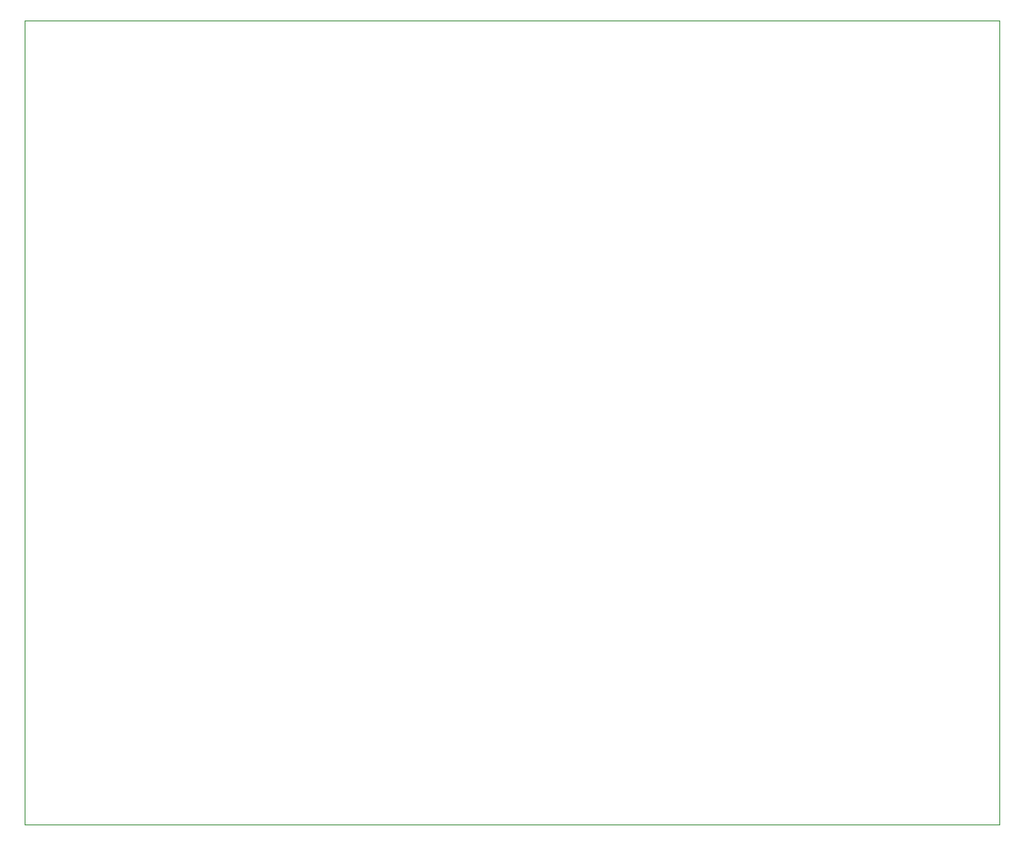
<source format=gbr>
%TF.GenerationSoftware,KiCad,Pcbnew,9.0.1*%
%TF.CreationDate,2025-06-21T17:37:17+02:00*%
%TF.ProjectId,PicoLogger,5069636f-4c6f-4676-9765-722e6b696361,rev?*%
%TF.SameCoordinates,Original*%
%TF.FileFunction,Profile,NP*%
%FSLAX46Y46*%
G04 Gerber Fmt 4.6, Leading zero omitted, Abs format (unit mm)*
G04 Created by KiCad (PCBNEW 9.0.1) date 2025-06-21 17:37:17*
%MOMM*%
%LPD*%
G01*
G04 APERTURE LIST*
%TA.AperFunction,Profile*%
%ADD10C,0.050000*%
%TD*%
G04 APERTURE END LIST*
D10*
X98000000Y-46000000D02*
X198500000Y-46000000D01*
X198500000Y-129000000D01*
X98000000Y-129000000D01*
X98000000Y-46000000D01*
M02*

</source>
